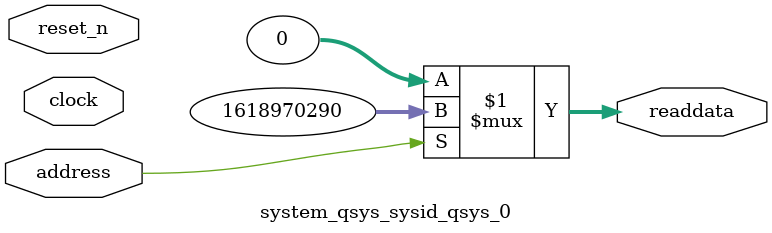
<source format=v>

`timescale 1ns / 1ps
// synthesis translate_on

// turn off superfluous verilog processor warnings 
// altera message_level Level1 
// altera message_off 10034 10035 10036 10037 10230 10240 10030 

module system_qsys_sysid_qsys_0 (
               // inputs:
                address,
                clock,
                reset_n,

               // outputs:
                readdata
             )
;

  output  [ 31: 0] readdata;
  input            address;
  input            clock;
  input            reset_n;

  wire    [ 31: 0] readdata;
  //control_slave, which is an e_avalon_slave
  assign readdata = address ? 1618970290 : 0;

endmodule




</source>
